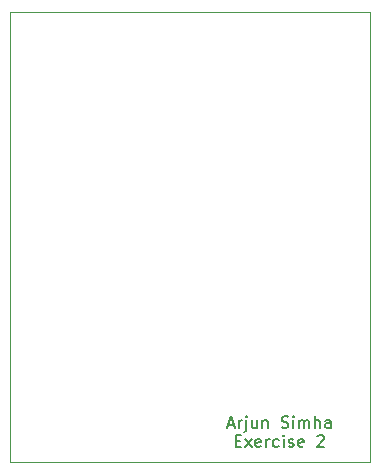
<source format=gbr>
%TF.GenerationSoftware,KiCad,Pcbnew,(6.0.10)*%
%TF.CreationDate,2023-02-17T12:20:43-08:00*%
%TF.ProjectId,Excercise2,45786365-7263-4697-9365-322e6b696361,rev?*%
%TF.SameCoordinates,Original*%
%TF.FileFunction,Profile,NP*%
%FSLAX46Y46*%
G04 Gerber Fmt 4.6, Leading zero omitted, Abs format (unit mm)*
G04 Created by KiCad (PCBNEW (6.0.10)) date 2023-02-17 12:20:43*
%MOMM*%
%LPD*%
G01*
G04 APERTURE LIST*
%TA.AperFunction,Profile*%
%ADD10C,0.100000*%
%TD*%
%ADD11C,0.150000*%
G04 APERTURE END LIST*
D10*
X134620000Y-53340000D02*
X165100000Y-53340000D01*
X165100000Y-53340000D02*
X165100000Y-91440000D01*
X165100000Y-91440000D02*
X134620000Y-91440000D01*
X134620000Y-91440000D02*
X134620000Y-53340000D01*
D11*
X153122857Y-88261666D02*
X153599047Y-88261666D01*
X153027619Y-88547380D02*
X153360952Y-87547380D01*
X153694285Y-88547380D01*
X154027619Y-88547380D02*
X154027619Y-87880714D01*
X154027619Y-88071190D02*
X154075238Y-87975952D01*
X154122857Y-87928333D01*
X154218095Y-87880714D01*
X154313333Y-87880714D01*
X154646666Y-87880714D02*
X154646666Y-88737857D01*
X154599047Y-88833095D01*
X154503809Y-88880714D01*
X154456190Y-88880714D01*
X154646666Y-87547380D02*
X154599047Y-87595000D01*
X154646666Y-87642619D01*
X154694285Y-87595000D01*
X154646666Y-87547380D01*
X154646666Y-87642619D01*
X155551428Y-87880714D02*
X155551428Y-88547380D01*
X155122857Y-87880714D02*
X155122857Y-88404523D01*
X155170476Y-88499761D01*
X155265714Y-88547380D01*
X155408571Y-88547380D01*
X155503809Y-88499761D01*
X155551428Y-88452142D01*
X156027619Y-87880714D02*
X156027619Y-88547380D01*
X156027619Y-87975952D02*
X156075238Y-87928333D01*
X156170476Y-87880714D01*
X156313333Y-87880714D01*
X156408571Y-87928333D01*
X156456190Y-88023571D01*
X156456190Y-88547380D01*
X157646666Y-88499761D02*
X157789523Y-88547380D01*
X158027619Y-88547380D01*
X158122857Y-88499761D01*
X158170476Y-88452142D01*
X158218095Y-88356904D01*
X158218095Y-88261666D01*
X158170476Y-88166428D01*
X158122857Y-88118809D01*
X158027619Y-88071190D01*
X157837142Y-88023571D01*
X157741904Y-87975952D01*
X157694285Y-87928333D01*
X157646666Y-87833095D01*
X157646666Y-87737857D01*
X157694285Y-87642619D01*
X157741904Y-87595000D01*
X157837142Y-87547380D01*
X158075238Y-87547380D01*
X158218095Y-87595000D01*
X158646666Y-88547380D02*
X158646666Y-87880714D01*
X158646666Y-87547380D02*
X158599047Y-87595000D01*
X158646666Y-87642619D01*
X158694285Y-87595000D01*
X158646666Y-87547380D01*
X158646666Y-87642619D01*
X159122857Y-88547380D02*
X159122857Y-87880714D01*
X159122857Y-87975952D02*
X159170476Y-87928333D01*
X159265714Y-87880714D01*
X159408571Y-87880714D01*
X159503809Y-87928333D01*
X159551428Y-88023571D01*
X159551428Y-88547380D01*
X159551428Y-88023571D02*
X159599047Y-87928333D01*
X159694285Y-87880714D01*
X159837142Y-87880714D01*
X159932380Y-87928333D01*
X159980000Y-88023571D01*
X159980000Y-88547380D01*
X160456190Y-88547380D02*
X160456190Y-87547380D01*
X160884761Y-88547380D02*
X160884761Y-88023571D01*
X160837142Y-87928333D01*
X160741904Y-87880714D01*
X160599047Y-87880714D01*
X160503809Y-87928333D01*
X160456190Y-87975952D01*
X161789523Y-88547380D02*
X161789523Y-88023571D01*
X161741904Y-87928333D01*
X161646666Y-87880714D01*
X161456190Y-87880714D01*
X161360952Y-87928333D01*
X161789523Y-88499761D02*
X161694285Y-88547380D01*
X161456190Y-88547380D01*
X161360952Y-88499761D01*
X161313333Y-88404523D01*
X161313333Y-88309285D01*
X161360952Y-88214047D01*
X161456190Y-88166428D01*
X161694285Y-88166428D01*
X161789523Y-88118809D01*
X153765714Y-89633571D02*
X154099047Y-89633571D01*
X154241904Y-90157380D02*
X153765714Y-90157380D01*
X153765714Y-89157380D01*
X154241904Y-89157380D01*
X154575238Y-90157380D02*
X155099047Y-89490714D01*
X154575238Y-89490714D02*
X155099047Y-90157380D01*
X155860952Y-90109761D02*
X155765714Y-90157380D01*
X155575238Y-90157380D01*
X155480000Y-90109761D01*
X155432380Y-90014523D01*
X155432380Y-89633571D01*
X155480000Y-89538333D01*
X155575238Y-89490714D01*
X155765714Y-89490714D01*
X155860952Y-89538333D01*
X155908571Y-89633571D01*
X155908571Y-89728809D01*
X155432380Y-89824047D01*
X156337142Y-90157380D02*
X156337142Y-89490714D01*
X156337142Y-89681190D02*
X156384761Y-89585952D01*
X156432380Y-89538333D01*
X156527619Y-89490714D01*
X156622857Y-89490714D01*
X157384761Y-90109761D02*
X157289523Y-90157380D01*
X157099047Y-90157380D01*
X157003809Y-90109761D01*
X156956190Y-90062142D01*
X156908571Y-89966904D01*
X156908571Y-89681190D01*
X156956190Y-89585952D01*
X157003809Y-89538333D01*
X157099047Y-89490714D01*
X157289523Y-89490714D01*
X157384761Y-89538333D01*
X157813333Y-90157380D02*
X157813333Y-89490714D01*
X157813333Y-89157380D02*
X157765714Y-89205000D01*
X157813333Y-89252619D01*
X157860952Y-89205000D01*
X157813333Y-89157380D01*
X157813333Y-89252619D01*
X158241904Y-90109761D02*
X158337142Y-90157380D01*
X158527619Y-90157380D01*
X158622857Y-90109761D01*
X158670476Y-90014523D01*
X158670476Y-89966904D01*
X158622857Y-89871666D01*
X158527619Y-89824047D01*
X158384761Y-89824047D01*
X158289523Y-89776428D01*
X158241904Y-89681190D01*
X158241904Y-89633571D01*
X158289523Y-89538333D01*
X158384761Y-89490714D01*
X158527619Y-89490714D01*
X158622857Y-89538333D01*
X159480000Y-90109761D02*
X159384761Y-90157380D01*
X159194285Y-90157380D01*
X159099047Y-90109761D01*
X159051428Y-90014523D01*
X159051428Y-89633571D01*
X159099047Y-89538333D01*
X159194285Y-89490714D01*
X159384761Y-89490714D01*
X159480000Y-89538333D01*
X159527619Y-89633571D01*
X159527619Y-89728809D01*
X159051428Y-89824047D01*
X160670476Y-89252619D02*
X160718095Y-89205000D01*
X160813333Y-89157380D01*
X161051428Y-89157380D01*
X161146666Y-89205000D01*
X161194285Y-89252619D01*
X161241904Y-89347857D01*
X161241904Y-89443095D01*
X161194285Y-89585952D01*
X160622857Y-90157380D01*
X161241904Y-90157380D01*
M02*

</source>
